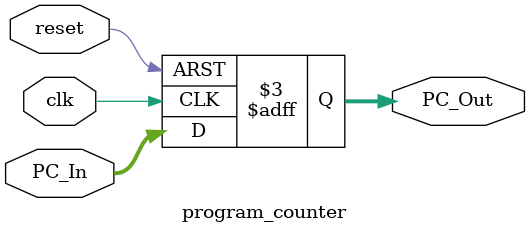
<source format=v>
`timescale 1ns / 1ps


module program_counter(
input clk,reset,
input [63:0] PC_In,
output reg [63:0] PC_Out
);
initial
PC_Out=64'd0;
always @ (posedge clk or posedge reset)
begin
if (reset)
PC_Out=64'd0;
else
PC_Out=PC_In;
end
endmodule

</source>
